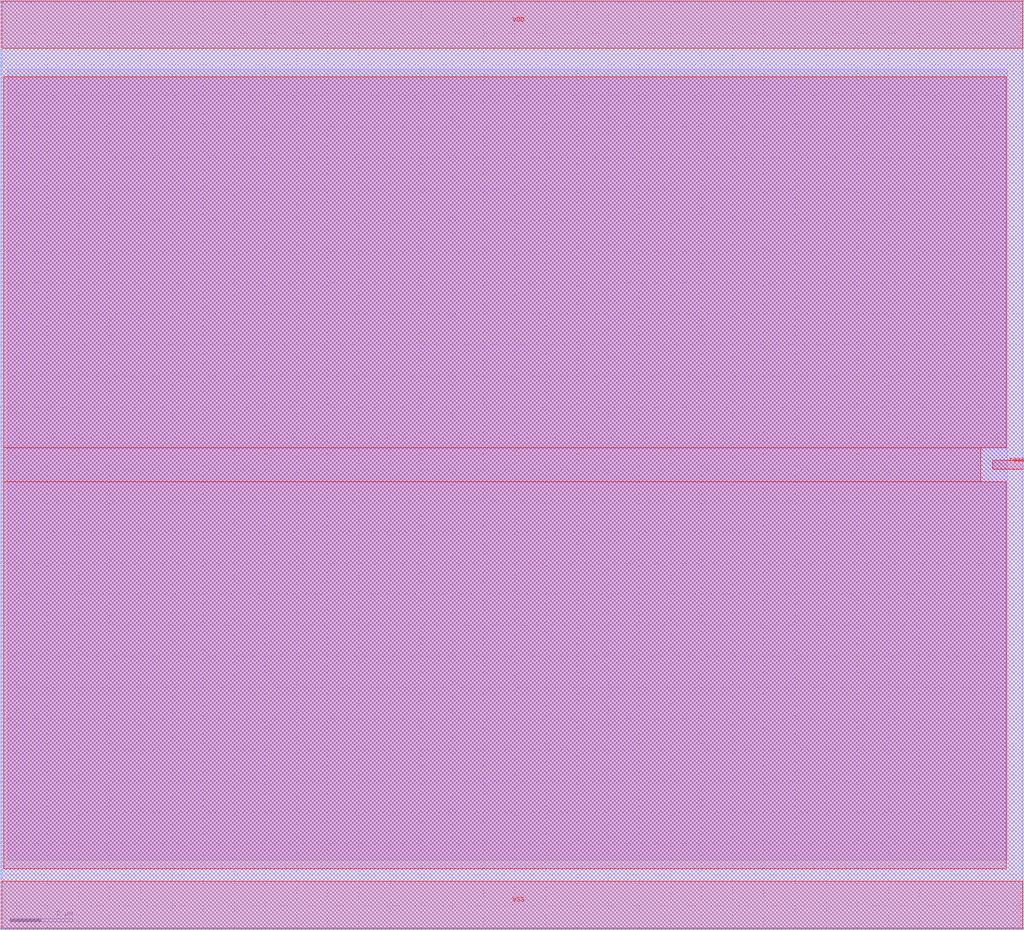
<source format=lef>
MACRO single_stage_por
  CLASS BLOCK ;
  FOREIGN single_stage_por ;
  ORIGIN 0.510 -12.230 ;
  SIZE 32.860 BY 29.850 ;
  PIN VDD
    ANTENNADIFFAREA 7.296550 ;
    PORT
      LAYER met4 ;
        RECT -0.465 40.525 32.305 42.035 ;
    END
  END VDD
  PIN VSS
    ANTENNADIFFAREA 20.053900 ;
    PORT
      LAYER met4 ;
        RECT -0.465 12.275 32.305 13.785 ;
    END
  END VSS
  PIN reset_b
    ANTENNADIFFAREA 0.445500 ;
    PORT
      LAYER met4 ;
        RECT 31.350 27.005 32.350 27.305 ;
    END
  END reset_b
  OBS
      LAYER li1 ;
        RECT -0.280 14.460 31.800 39.850 ;
      LAYER met1 ;
        RECT -0.510 12.280 32.350 42.030 ;
      LAYER met2 ;
        RECT -0.460 12.230 32.300 42.080 ;
      LAYER met3 ;
        RECT -0.510 12.255 32.350 42.055 ;
      LAYER met4 ;
        RECT -0.400 27.705 31.775 39.600 ;
        RECT -0.400 26.605 30.950 27.705 ;
        RECT -0.400 14.185 31.775 26.605 ;
  END
END single_stage_por
END LIBRARY


</source>
